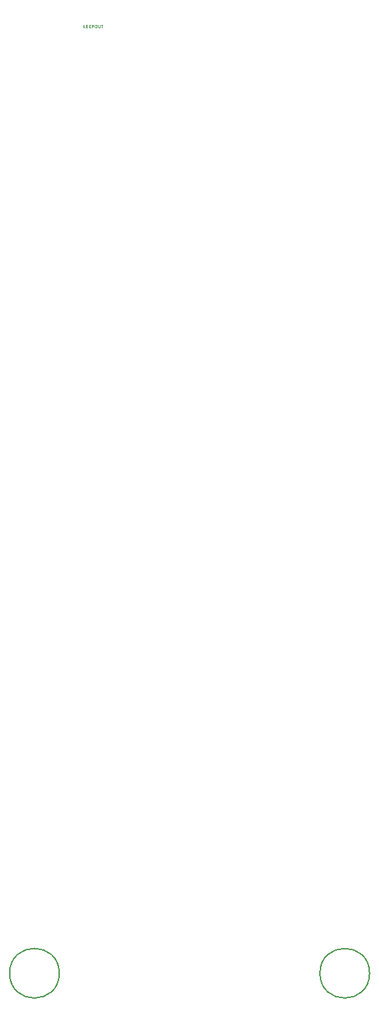
<source format=gbr>
G04 #@! TF.GenerationSoftware,KiCad,Pcbnew,6.0.2-378541a8eb~116~ubuntu20.04.1*
G04 #@! TF.CreationDate,2022-03-12T15:31:06-05:00*
G04 #@! TF.ProjectId,irinput_b1,6972696e-7075-4745-9f62-312e6b696361,rev?*
G04 #@! TF.SameCoordinates,Original*
G04 #@! TF.FileFunction,Other,Comment*
%FSLAX46Y46*%
G04 Gerber Fmt 4.6, Leading zero omitted, Abs format (unit mm)*
G04 Created by KiCad (PCBNEW 6.0.2-378541a8eb~116~ubuntu20.04.1) date 2022-03-12 15:31:06*
%MOMM*%
%LPD*%
G01*
G04 APERTURE LIST*
%ADD10C,0.051000*%
%ADD11C,0.150000*%
G04 APERTURE END LIST*
D10*
G04 #@! TO.C,J1*
X136271903Y-50675951D02*
X136271903Y-50275951D01*
X136500475Y-50675951D02*
X136329046Y-50447379D01*
X136500475Y-50275951D02*
X136271903Y-50504522D01*
X136671903Y-50466427D02*
X136805237Y-50466427D01*
X136862379Y-50675951D02*
X136671903Y-50675951D01*
X136671903Y-50275951D01*
X136862379Y-50275951D01*
X137033808Y-50466427D02*
X137167141Y-50466427D01*
X137224284Y-50675951D02*
X137033808Y-50675951D01*
X137033808Y-50275951D01*
X137224284Y-50275951D01*
X137395713Y-50675951D02*
X137395713Y-50275951D01*
X137548094Y-50275951D01*
X137586189Y-50294999D01*
X137605237Y-50314046D01*
X137624284Y-50352141D01*
X137624284Y-50409284D01*
X137605237Y-50447379D01*
X137586189Y-50466427D01*
X137548094Y-50485475D01*
X137395713Y-50485475D01*
X137871903Y-50275951D02*
X137948094Y-50275951D01*
X137986189Y-50294999D01*
X138024284Y-50333094D01*
X138043332Y-50409284D01*
X138043332Y-50542618D01*
X138024284Y-50618808D01*
X137986189Y-50656903D01*
X137948094Y-50675951D01*
X137871903Y-50675951D01*
X137833808Y-50656903D01*
X137795713Y-50618808D01*
X137776665Y-50542618D01*
X137776665Y-50409284D01*
X137795713Y-50333094D01*
X137833808Y-50294999D01*
X137871903Y-50275951D01*
X138214760Y-50275951D02*
X138214760Y-50599760D01*
X138233808Y-50637856D01*
X138252856Y-50656903D01*
X138290951Y-50675951D01*
X138367141Y-50675951D01*
X138405237Y-50656903D01*
X138424284Y-50637856D01*
X138443332Y-50599760D01*
X138443332Y-50275951D01*
X138576665Y-50275951D02*
X138805237Y-50275951D01*
X138690951Y-50675951D02*
X138690951Y-50275951D01*
D11*
G04 #@! TO.C,H1*
X133199999Y-172499999D02*
G75*
G03*
X133199999Y-172499999I-3200000J0D01*
G01*
G04 #@! TO.C,H2*
X173199999Y-172499999D02*
G75*
G03*
X173199999Y-172499999I-3200000J0D01*
G01*
G04 #@! TD*
M02*

</source>
